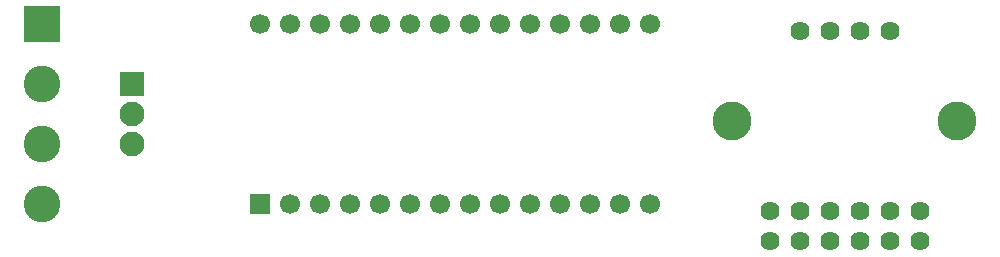
<source format=gbr>
%TF.GenerationSoftware,KiCad,Pcbnew,(5.1.6)-1*%
%TF.CreationDate,2022-04-26T10:23:00-04:00*%
%TF.ProjectId,rs485_5vreg_tray_short_v2,72733438-355f-4357-9672-65675f747261,v2*%
%TF.SameCoordinates,Original*%
%TF.FileFunction,Soldermask,Bot*%
%TF.FilePolarity,Negative*%
%FSLAX46Y46*%
G04 Gerber Fmt 4.6, Leading zero omitted, Abs format (unit mm)*
G04 Created by KiCad (PCBNEW (5.1.6)-1) date 2022-04-26 10:23:00*
%MOMM*%
%LPD*%
G01*
G04 APERTURE LIST*
%ADD10C,1.624000*%
%ADD11C,3.300000*%
%ADD12C,3.100000*%
%ADD13R,3.100000X3.100000*%
%ADD14R,2.100000X2.100000*%
%ADD15C,2.100000*%
%ADD16C,1.700000*%
%ADD17R,1.700000X1.700000*%
G04 APERTURE END LIST*
D10*
%TO.C,BNO055 IMU*%
X116840000Y-123190000D03*
X119380000Y-123190000D03*
X121920000Y-123190000D03*
X124460000Y-123190000D03*
X127000000Y-123190000D03*
X129540000Y-123190000D03*
X119380000Y-105410000D03*
X121920000Y-105410000D03*
X124460000Y-105410000D03*
X127000000Y-105410000D03*
X116840000Y-120650000D03*
X119380000Y-120650000D03*
X121920000Y-120650000D03*
X124460000Y-120650000D03*
X127000000Y-120650000D03*
X129540000Y-120650000D03*
%TD*%
D11*
%TO.C,REF\u002A\u002A*%
X132715000Y-113030000D03*
%TD*%
%TO.C,REF\u002A\u002A*%
X113665000Y-113030000D03*
%TD*%
D12*
%TO.C,J1*%
X55245000Y-120015000D03*
D13*
X55245000Y-104775000D03*
D12*
X55245000Y-114935000D03*
X55245000Y-109855000D03*
%TD*%
D14*
%TO.C,DC/DC*%
X62865000Y-109855000D03*
D15*
X62865000Y-112395000D03*
X62865000Y-114935000D03*
%TD*%
D16*
%TO.C,TEENSYLC*%
X106680000Y-104775000D03*
X106680000Y-120015000D03*
X104140000Y-104775000D03*
X101600000Y-104775000D03*
X99060000Y-104775000D03*
X96520000Y-104775000D03*
X93980000Y-104775000D03*
X91440000Y-104775000D03*
X88900000Y-104775000D03*
X86360000Y-104775000D03*
X83820000Y-104775000D03*
X81280000Y-104775000D03*
X78740000Y-104775000D03*
X76200000Y-104775000D03*
X73660000Y-104775000D03*
X104140000Y-120015000D03*
X101600000Y-120015000D03*
X99060000Y-120015000D03*
X96520000Y-120015000D03*
X93980000Y-120015000D03*
X91440000Y-120015000D03*
X88900000Y-120015000D03*
X86360000Y-120015000D03*
X83820000Y-120015000D03*
X81280000Y-120015000D03*
X78740000Y-120015000D03*
X76200000Y-120015000D03*
D17*
X73660000Y-120015000D03*
%TD*%
M02*

</source>
